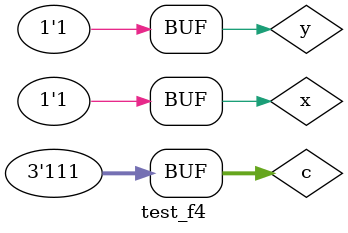
<source format=v>
 

    module sel (output saida, 
	             input entrada1, 
					 input entrada2,
					 input entrada3,
					 input entrada4,
					 input entrada5,
					 input entrada6,
					 input entrada7,
					 input entrada8,
					 input [2:0]chave); 

		wire [7:0]s; 
		wire saida_not1;
		wire saida_not2;
		wire saida_not3;

	   not NOT1(saida_not1, chave[0]); 
	   not NOT1(saida_not2, chave[1]); 
	   not NOT1(saida_not3, chave[2]); 
	 
	   and AND1(s[0], entrada1, saida_not3, saida_not2, saida_not1);
      and AND2(s[1], entrada2, saida_not3, saida_not2, chave[0]);
	   and AND3(s[2], entrada3, saida_not3, chave[1], saida_not1);
      and AND4(s[3], entrada4, saida_not3, chave[1], chave[0]);
		and AND5(s[4], entrada5, chave[2], saida_not2, saida_not1);
      and AND6(s[5], entrada6, chave[2], saida_not2, chave[0]);
	   and AND7(s[6], entrada7, chave[2], chave[1], saida_not1);
      and AND8(s[7], entrada8, chave[2], chave[1], chave[0]);
     	 
	   or OR1(saida, s[0], s[1], s[2], s[3], s[4], s[5], s[6], s[7]);
   
	 endmodule // sel 

    module f4 (output saida, input entrada1, input entrada2, input [2:0]chave);
					
		 wire saida_not1; 
	    wire saida_not2;
       wire saida_or; 
		 wire saida_nor;
		 wire saida_and;
		 wire saida_nand; 
		 wire saida_xor;
		 wire saida_xnor; 

	   not NOT1(saida_not1, entrada1);
      not NOT2(saida_not2, entrada2);
      or OR1(saida_or, entrada1, entrada2);
      nor NOR1(saida_nor, entrada1, entrada2);
      and AND1(saida_and, entrada1, entrada2);
      nand NAND1(saida_nand, entrada1, entrada2);
      xor XOR1(saida_xor, entrada1, entrada2);
      xnor XNOR1(saida_xnor, entrada1, entrada2);
	  
	   sel SEL1 (saida, saida_not1, saida_not2, saida_or, saida_nor, saida_and, saida_nand, saida_xor, saida_xnor, chave);

	 
    endmodule //f4

// ------------------------- 
// -- test f4
// -------------------------
    
	  module test_f4; 

// ------------------------- definir dados 
    
	 reg  x;
	 reg  y;
	 reg  [2:0]c;
	 wire s;
	 
// ------------------------- instancia 
	 
     f4 modulo (s, x, y, c);
	  
// ------------------------- parte principal 
    
	 initial begin

      $display("Exemplo0035 - Michelle da Costa Silva");
      $display("Test LU's module");
      $display("Legenda da chave: 000-NOTA; 001-NOTB; 010-OR; 011-NOR; 100-AND; 101-NAND; 110-XOR; 111-XNOR\n");
		
       #1 x = 'b0; y = 'b0; c = 000;
		$monitor("Chave = %b \t x = %b\t y = %b\t Resultado = %b", c, x, y, s);
		 #1 x = 'b0; y = 'b0; c = 001; 
		 #1 x = 'b0; y = 'b0; c = 010;
		 #1 x = 'b0; y = 'b0; c = 011;
		 #1 x = 'b0; y = 'b0; c = 100;
		 #1 x = 'b0; y = 'b0; c = 101;
		 #1 x = 'b0; y = 'b0; c = 110;
		 #1 x = 'b0; y = 'b0; c = 111;
		
       #1 x = 'b0; y = 'b1; c = 000;
		 #1 x = 'b0; y = 'b1; c = 001; 
		 #1 x = 'b0; y = 'b1; c = 010;
		 #1 x = 'b0; y = 'b1; c = 011;
		 #1 x = 'b0; y = 'b1; c = 100;
		 #1 x = 'b0; y = 'b1; c = 101;
		 #1 x = 'b0; y = 'b1; c = 110;
		 #1 x = 'b0; y = 'b1; c = 111;
		
       #1 x = 'b1; y = 'b0; c = 000;
		 #1 x = 'b1; y = 'b0; c = 001; 
		 #1 x = 'b1; y = 'b0; c = 010;
		 #1 x = 'b1; y = 'b0; c = 011;
		 #1 x = 'b1; y = 'b0; c = 100;
		 #1 x = 'b1; y = 'b0; c = 101;
		 #1 x = 'b1; y = 'b0; c = 110;
		 #1 x = 'b1; y = 'b0; c = 111;
		 
       #1 x = 'b1; y = 'b1; c = 000;
		 #1 x = 'b1; y = 'b1; c = 001; 
		 #1 x = 'b1; y = 'b1; c = 010;
		 #1 x = 'b1; y = 'b1; c = 011;
		 #1 x = 'b1; y = 'b1; c = 100;
		 #1 x = 'b1; y = 'b1; c = 101;
		 #1 x = 'b1; y = 'b1; c = 110;
		 #1 x = 'b1; y = 'b1; c = 111;

				
		end
endmodule // test_f4
</source>
